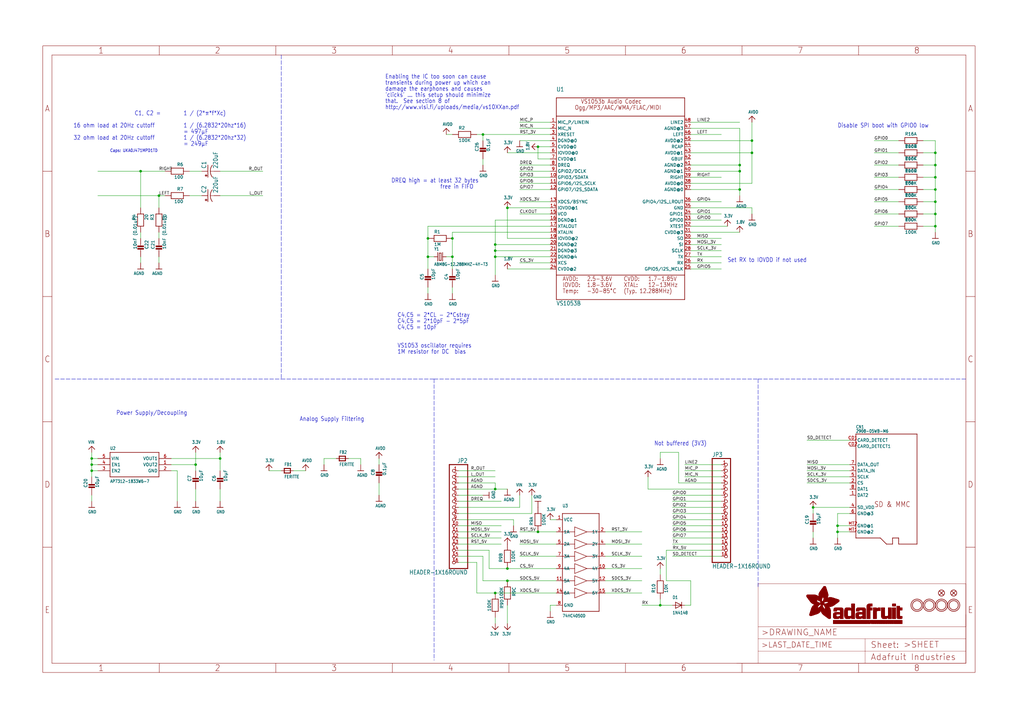
<source format=kicad_sch>
(kicad_sch (version 20211123) (generator eeschema)
  (paper "User" 425.45 299.161)
  (lib_symbols
    (symbol "Adafruit VS1053 Breakout-eagle-import:1.8V" (power)
      (property "Value" "1.8V" (at -1.524 1.016 0))
      (symbol "1.8V_1_0"
        (pin power_in line (at 0 -2.54 90) (length 2.54) (name "1.8V") (number "1"))
      )
    )
    (symbol "Adafruit VS1053 Breakout-eagle-import:3.3V" (power)
      (property "Value" "3.3V" (at -1.524 1.016 0))
      (symbol "3.3V_1_0"
        (pin power_in line (at 0 -2.54 90) (length 2.54) (name "3.3V") (number "1"))
      )
    )
    (symbol "Adafruit VS1053 Breakout-eagle-import:74HC4050D"
      (property "Reference" "U" (at -7.62 22.86 0))
      (property "Value" "74HC4050D" (at -7.62 -22.86 0))
      (symbol "74HC4050D_1_0"
        (pin bidirectional line (at -10.16 17.78 0) (length 2.54) (name "VCC") (number "1"))
        (pin bidirectional line (at 10.16 -2.54 180) (length 2.54) (name "4Y") (number "10"))
        (pin bidirectional line (at -10.16 -7.62 0) (length 2.54) (name "5A") (number "11"))
        (pin bidirectional line (at 10.16 -7.62 180) (length 2.54) (name "5Y") (number "12"))
        (pin bidirectional line (at -10.16 -12.7 0) (length 2.54) (name "6A") (number "14"))
        (pin bidirectional line (at 10.16 -12.7 180) (length 2.54) (name "6Y") (number "15"))
        (pin bidirectional line (at 10.16 12.7 180) (length 2.54) (name "1Y") (number "2"))
        (pin bidirectional line (at -10.16 12.7 0) (length 2.54) (name "1A") (number "3"))
        (pin bidirectional line (at 10.16 7.62 180) (length 2.54) (name "2Y") (number "4"))
        (pin bidirectional line (at -10.16 7.62 0) (length 2.54) (name "2A") (number "5"))
        (pin bidirectional line (at 10.16 2.54 180) (length 2.54) (name "3Y") (number "6"))
        (pin bidirectional line (at -10.16 2.54 0) (length 2.54) (name "3A") (number "7"))
        (pin bidirectional line (at -10.16 -17.78 0) (length 2.54) (name "GND") (number "8"))
        (pin bidirectional line (at -10.16 -2.54 0) (length 2.54) (name "4A") (number "9"))
      )
    )
    (symbol "Adafruit VS1053 Breakout-eagle-import:AGND" (power)
      (property "Value" "AGND" (at -1.524 -2.54 0))
      (symbol "AGND_1_0"
        (pin power_in line (at 0 2.54 270) (length 2.54) (name "AGND") (number "1"))
      )
    )
    (symbol "Adafruit VS1053 Breakout-eagle-import:AVDD" (power)
      (property "Value" "AVDD" (at -1.524 1.016 0))
      (symbol "AVDD_1_0"
        (pin power_in line (at 0 -2.54 90) (length 2.54) (name "AVDD") (number "1"))
      )
    )
    (symbol "Adafruit VS1053 Breakout-eagle-import:CAP_CERAMIC_0805MP"
      (property "Reference" "C" (at -1.79 0.54 90))
      (property "Value" "CAP_CERAMIC_0805MP" (at 3 0.54 90))
      (symbol "CAP_CERAMIC_0805MP_1_0"
        (pin passive line (at 0 5.08 270) (length 2.54) (name "1") (number "1"))
        (pin passive line (at 0 -2.54 90) (length 2.54) (name "2") (number "2"))
      )
    )
    (symbol "Adafruit VS1053 Breakout-eagle-import:CPOL-USC"
      (property "Reference" "C" (at 1.016 0.635 0))
      (property "Value" "CPOL-USC" (at 1.016 -4.191 0))
      (symbol "CPOL-USC_1_0"
        (pin passive line (at 0 2.54 270) (length 2.54) (name "+") (number "+"))
        (pin passive line (at 0 -5.08 90) (length 2.54) (name "-") (number "-"))
      )
    )
    (symbol "Adafruit VS1053 Breakout-eagle-import:CRYSTAL3.2X2.5"
      (property "Reference" "Y" (at -2.54 2.54 0))
      (property "Value" "CRYSTAL3.2X2.5" (at -2.54 -3.81 0))
      (symbol "CRYSTAL3.2X2.5_1_0"
        (pin passive line (at -2.54 0 0) (length 0) (name "1") (number "1"))
        (pin passive line (at 2.54 0 180) (length 0) (name "2") (number "2"))
      )
    )
    (symbol "Adafruit VS1053 Breakout-eagle-import:DIODESOD-323"
      (property "Reference" "D" (at -2.54 2.54 0))
      (property "Value" "DIODESOD-323" (at -2.54 -3.81 0))
      (symbol "DIODESOD-323_1_0"
        (pin passive line (at -2.54 0 0) (length 2.54) (name "A") (number "A"))
        (pin passive line (at 2.54 0 180) (length 2.54) (name "C") (number "C"))
      )
    )
    (symbol "Adafruit VS1053 Breakout-eagle-import:FERRITE_0805MP"
      (property "Reference" "FB" (at -1.27 1.905 0))
      (property "Value" "FERRITE_0805MP" (at -1.27 -3.175 0))
      (symbol "FERRITE_0805MP_1_0"
        (pin passive line (at -2.54 0 0) (length 2.54) (name "P$1") (number "1"))
        (pin passive line (at 2.54 0 180) (length 2.54) (name "P$2") (number "2"))
      )
    )
    (symbol "Adafruit VS1053 Breakout-eagle-import:FIDUCIAL{dblquote}{dblquote}")
    (symbol "Adafruit VS1053 Breakout-eagle-import:FRAME_A3_ADAFRUIT"
      (symbol "FRAME_A3_ADAFRUIT_0_0"
        (text "1" (at 24.2094 1.905 0) (effects (font (size 2.54 2.286))))
        (text "1" (at 24.2094 258.445 0) (effects (font (size 2.54 2.286))))
        (text "2" (at 72.6281 1.905 0) (effects (font (size 2.54 2.286))))
        (text "2" (at 72.6281 258.445 0) (effects (font (size 2.54 2.286))))
        (text "3" (at 121.0469 1.905 0) (effects (font (size 2.54 2.286))))
        (text "3" (at 121.0469 258.445 0) (effects (font (size 2.54 2.286))))
        (text "4" (at 169.4656 1.905 0) (effects (font (size 2.54 2.286))))
        (text "4" (at 169.4656 258.445 0) (effects (font (size 2.54 2.286))))
        (text "5" (at 217.8844 1.905 0) (effects (font (size 2.54 2.286))))
        (text "5" (at 217.8844 258.445 0) (effects (font (size 2.54 2.286))))
        (text "6" (at 266.3031 1.905 0) (effects (font (size 2.54 2.286))))
        (text "6" (at 266.3031 258.445 0) (effects (font (size 2.54 2.286))))
        (text "7" (at 314.7219 1.905 0) (effects (font (size 2.54 2.286))))
        (text "7" (at 314.7219 258.445 0) (effects (font (size 2.54 2.286))))
        (text "8" (at 363.1406 1.905 0) (effects (font (size 2.54 2.286))))
        (text "8" (at 363.1406 258.445 0) (effects (font (size 2.54 2.286))))
        (text "A" (at 1.905 234.315 0) (effects (font (size 2.54 2.286))))
        (text "A" (at 385.445 234.315 0) (effects (font (size 2.54 2.286))))
        (text "B" (at 1.905 182.245 0) (effects (font (size 2.54 2.286))))
        (text "B" (at 385.445 182.245 0) (effects (font (size 2.54 2.286))))
        (text "C" (at 1.905 130.175 0) (effects (font (size 2.54 2.286))))
        (text "C" (at 385.445 130.175 0) (effects (font (size 2.54 2.286))))
        (text "D" (at 1.905 78.105 0) (effects (font (size 2.54 2.286))))
        (text "D" (at 385.445 78.105 0) (effects (font (size 2.54 2.286))))
        (text "E" (at 1.905 26.035 0) (effects (font (size 2.54 2.286))))
        (text "E" (at 385.445 26.035 0) (effects (font (size 2.54 2.286))))
      )
      (symbol "FRAME_A3_ADAFRUIT_1_0"
        (text ">DRAWING_NAME" (at 298.45 15.24 0) (effects (font (size 2.54 2.54)) (justify left bottom)))
        (text ">LAST_DATE_TIME" (at 298.45 10.16 0) (effects (font (size 2.286 2.286)) (justify left bottom)))
        (text ">SHEET" (at 357.505 10.16 0) (effects (font (size 2.54 2.54)) (justify left bottom)))
        (text "Adafruit Industries" (at 343.916 4.953 0) (effects (font (size 2.54 2.54)) (justify left bottom)))
        (text "Sheet:" (at 343.916 10.033 0) (effects (font (size 2.54 2.54)) (justify left bottom)))
      )
    )
    (symbol "Adafruit VS1053 Breakout-eagle-import:GND" (power)
      (property "Value" "GND" (at -1.524 -2.54 0))
      (symbol "GND_1_0"
        (pin power_in line (at 0 2.54 270) (length 2.54) (name "GND") (number "1"))
      )
    )
    (symbol "Adafruit VS1053 Breakout-eagle-import:HEADER-1X16ROUND"
      (property "Reference" "JP" (at -6.35 20.955 0))
      (property "Value" "HEADER-1X16ROUND" (at -6.35 -25.4 0))
      (symbol "HEADER-1X16ROUND_1_0"
        (pin passive inverted (at -2.54 17.78 0) (length 2.54) (name "1") (number "1"))
        (pin passive inverted (at -2.54 -5.08 0) (length 2.54) (name "10") (number "10"))
        (pin passive inverted (at -2.54 -7.62 0) (length 2.54) (name "11") (number "11"))
        (pin passive inverted (at -2.54 -10.16 0) (length 2.54) (name "12") (number "12"))
        (pin passive inverted (at -2.54 -12.7 0) (length 2.54) (name "13") (number "13"))
        (pin passive inverted (at -2.54 -15.24 0) (length 2.54) (name "14") (number "14"))
        (pin passive inverted (at -2.54 -17.78 0) (length 2.54) (name "15") (number "15"))
        (pin passive inverted (at -2.54 -20.32 0) (length 2.54) (name "16") (number "16"))
        (pin passive inverted (at -2.54 15.24 0) (length 2.54) (name "2") (number "2"))
        (pin passive inverted (at -2.54 12.7 0) (length 2.54) (name "3") (number "3"))
        (pin passive inverted (at -2.54 10.16 0) (length 2.54) (name "4") (number "4"))
        (pin passive inverted (at -2.54 7.62 0) (length 2.54) (name "5") (number "5"))
        (pin passive inverted (at -2.54 5.08 0) (length 2.54) (name "6") (number "6"))
        (pin passive inverted (at -2.54 2.54 0) (length 2.54) (name "7") (number "7"))
        (pin passive inverted (at -2.54 0 0) (length 2.54) (name "8") (number "8"))
        (pin passive inverted (at -2.54 -2.54 0) (length 2.54) (name "9") (number "9"))
      )
    )
    (symbol "Adafruit VS1053 Breakout-eagle-import:MICROSD"
      (property "Reference" "X" (at -12.7 22.606 0))
      (property "Value" "MICROSD" (at -12.7 20.828 0))
      (symbol "MICROSD_1_0"
        (text "SD & MMC" (at -5.08 -10.16 0) (effects (font (size 2.1844 1.8567)) (justify left bottom)))
        (pin bidirectional line (at -15.24 -5.08 0) (length 2.54) (name "DAT2") (number "1"))
        (pin input line (at -15.24 0 0) (length 2.54) (name "CS") (number "2"))
        (pin input line (at -15.24 5.08 0) (length 2.54) (name "DATA_IN") (number "3"))
        (pin power_in line (at -15.24 -10.16 0) (length 2.54) (name "SD_VDD") (number "4"))
        (pin input line (at -15.24 2.54 0) (length 2.54) (name "SCLK") (number "5"))
        (pin power_in line (at -15.24 -12.7 0) (length 2.54) (name "GND@3") (number "6"))
        (pin output line (at -15.24 7.62 0) (length 2.54) (name "DATA_OUT") (number "7"))
        (pin bidirectional line (at -15.24 -2.54 0) (length 2.54) (name "DAT1") (number "8"))
        (pin passive line (at -15.24 17.78 0) (length 2.54) (name "CARD_DETECT") (number "CD1"))
        (pin passive line (at -15.24 15.24 0) (length 2.54) (name "CARD_DETECT1") (number "CD2"))
        (pin power_in line (at -15.24 -20.32 0) (length 2.54) (name "GND@2") (number "MT1"))
        (pin power_in line (at -15.24 -17.78 0) (length 2.54) (name "GND@1") (number "MT2"))
      )
    )
    (symbol "Adafruit VS1053 Breakout-eagle-import:MOUNTINGHOLE3.0THIN")
    (symbol "Adafruit VS1053 Breakout-eagle-import:RESISTOR0805_NOOUTLINE"
      (property "Reference" "R" (at -2.54 2.032 0))
      (property "Value" "RESISTOR0805_NOOUTLINE" (at -2.54 -3.175 0))
      (symbol "RESISTOR0805_NOOUTLINE_1_0"
        (pin passive line (at -5.08 0 0) (length 2.54) (name "1") (number "1"))
        (pin passive line (at 5.08 0 180) (length 2.54) (name "2") (number "2"))
      )
    )
    (symbol "Adafruit VS1053 Breakout-eagle-import:RESISTOR_0805MP"
      (property "Reference" "R" (at -2.54 2.032 0))
      (property "Value" "RESISTOR_0805MP" (at -2.54 -3.175 0))
      (symbol "RESISTOR_0805MP_1_0"
        (pin passive line (at -5.08 0 0) (length 2.54) (name "1") (number "1"))
        (pin passive line (at 5.08 0 180) (length 2.54) (name "2") (number "2"))
      )
    )
    (symbol "Adafruit VS1053 Breakout-eagle-import:RESISTOR_4PACK"
      (property "Reference" "R" (at -2.54 2.032 0))
      (property "Value" "RESISTOR_4PACK" (at -2.54 -3.175 0))
      (symbol "RESISTOR_4PACK_1_0"
        (pin passive line (at -5.08 0 0) (length 2.54) (name "1") (number "1"))
        (pin passive line (at 5.08 0 180) (length 2.54) (name "2") (number "8"))
      )
      (symbol "RESISTOR_4PACK_2_0"
        (pin passive line (at -5.08 0 0) (length 2.54) (name "1") (number "2"))
        (pin passive line (at 5.08 0 180) (length 2.54) (name "2") (number "7"))
      )
      (symbol "RESISTOR_4PACK_3_0"
        (pin passive line (at -5.08 0 0) (length 2.54) (name "1") (number "3"))
        (pin passive line (at 5.08 0 180) (length 2.54) (name "2") (number "6"))
      )
      (symbol "RESISTOR_4PACK_4_0"
        (pin passive line (at -5.08 0 0) (length 2.54) (name "1") (number "4"))
        (pin passive line (at 5.08 0 180) (length 2.54) (name "2") (number "5"))
      )
    )
    (symbol "Adafruit VS1053 Breakout-eagle-import:VIN" (power)
      (property "Value" "VIN" (at -1.524 1.016 0))
      (symbol "VIN_1_0"
        (pin power_in line (at 0 -2.54 90) (length 2.54) (name "VIN") (number "1"))
      )
    )
    (symbol "Adafruit VS1053 Breakout-eagle-import:VREG_SOT23-6_DUALAP7312"
      (property "Reference" "U" (at -10.16 6.096 0))
      (property "Value" "VREG_SOT23-6_DUALAP7312" (at -10.16 -7.62 0))
      (symbol "VREG_SOT23-6_DUALAP7312_1_0"
        (pin bidirectional line (at 15.24 0 180) (length 5.08) (name "VOUT2") (number "1"))
        (pin bidirectional line (at 15.24 -2.54 180) (length 5.08) (name "GND") (number "2"))
        (pin bidirectional line (at -15.24 -2.54 0) (length 5.08) (name "EN2") (number "3"))
        (pin bidirectional line (at -15.24 0 0) (length 5.08) (name "EN1") (number "4"))
        (pin bidirectional line (at -15.24 2.54 0) (length 5.08) (name "VIN") (number "5"))
        (pin bidirectional line (at 15.24 2.54 180) (length 5.08) (name "VOUT1") (number "6"))
      )
    )
    (symbol "Adafruit VS1053 Breakout-eagle-import:VS1053B"
      (property "Reference" "U" (at -25.4 43.18 0))
      (property "Value" "VS1053B" (at -25.4 -45.72 0))
      (symbol "VS1053B_1_0"
        (text "(Typ. 12.288MHz)" (at 2.54 -40.64 0) (effects (font (size 1.778 1.5113)) (justify left bottom)))
        (text "-30-85°C" (at -12.7 -40.64 0) (effects (font (size 1.778 1.5113)) (justify left bottom)))
        (text "1.7-1.85V" (at 12.7 -35.56 0) (effects (font (size 1.778 1.5113)) (justify left bottom)))
        (text "1.8-3.6V" (at -12.7 -38.1 0) (effects (font (size 1.778 1.5113)) (justify left bottom)))
        (text "12-13MHz" (at 12.7 -38.1 0) (effects (font (size 1.778 1.5113)) (justify left bottom)))
        (text "2.5-3.6V" (at -12.7 -35.56 0) (effects (font (size 1.778 1.5113)) (justify left bottom)))
        (text "AVDD:" (at -22.86 -35.56 0) (effects (font (size 1.778 1.5113)) (justify left bottom)))
        (text "CVDD:" (at 2.54 -35.56 0) (effects (font (size 1.778 1.5113)) (justify left bottom)))
        (text "IOVDD:" (at -22.86 -38.1 0) (effects (font (size 1.778 1.5113)) (justify left bottom)))
        (text "Ogg/MP3/AAC/WMA/FLAC/MIDI" (at -17.78 35.56 0) (effects (font (size 1.778 1.5113)) (justify left bottom)))
        (text "Temp:" (at -22.86 -40.64 0) (effects (font (size 1.778 1.5113)) (justify left bottom)))
        (text "VS1053b Audio Codec" (at -15.24 38.1 0) (effects (font (size 1.778 1.5113)) (justify left bottom)))
        (text "XTAL:" (at 2.54 -38.1 0) (effects (font (size 1.778 1.5113)) (justify left bottom)))
        (pin bidirectional line (at -27.94 30.48 0) (length 2.54) (name "MIC_P/LINEIN") (number "1"))
        (pin bidirectional line (at -27.94 7.62 0) (length 2.54) (name "GPIO3/SDATA") (number "10"))
        (pin bidirectional line (at -27.94 5.08 0) (length 2.54) (name "GPIO6/I2S_SCLK") (number "11"))
        (pin bidirectional line (at -27.94 2.54 0) (length 2.54) (name "GPIO7/I2S_SDATA") (number "12"))
        (pin bidirectional line (at -27.94 -2.54 0) (length 2.54) (name "XDCS/BSYNC") (number "13"))
        (pin power_in line (at -27.94 -5.08 0) (length 2.54) (name "IOVDD@1") (number "14"))
        (pin bidirectional line (at -27.94 -7.62 0) (length 2.54) (name "VCO") (number "15"))
        (pin power_in line (at -27.94 -10.16 0) (length 2.54) (name "DGND@1") (number "16"))
        (pin output line (at -27.94 -12.7 0) (length 2.54) (name "XTALOUT") (number "17"))
        (pin input line (at -27.94 -15.24 0) (length 2.54) (name "XTALIN") (number "18"))
        (pin power_in line (at -27.94 -17.78 0) (length 2.54) (name "IOVDD@2") (number "19"))
        (pin bidirectional line (at -27.94 27.94 0) (length 2.54) (name "MIC_N") (number "2"))
        (pin power_in line (at -27.94 -20.32 0) (length 2.54) (name "DGND@2") (number "20"))
        (pin power_in line (at -27.94 -22.86 0) (length 2.54) (name "DGND@3") (number "21"))
        (pin power_in line (at -27.94 -25.4 0) (length 2.54) (name "DGND@4") (number "22"))
        (pin bidirectional line (at -27.94 -27.94 0) (length 2.54) (name "XCS") (number "23"))
        (pin power_in line (at -27.94 -30.48 0) (length 2.54) (name "CVDD@2") (number "24"))
        (pin bidirectional line (at 30.48 -30.48 180) (length 2.54) (name "GPIO5/I2S_MCLK") (number "25"))
        (pin bidirectional line (at 30.48 -27.94 180) (length 2.54) (name "RX") (number "26"))
        (pin bidirectional line (at 30.48 -25.4 180) (length 2.54) (name "TX") (number "27"))
        (pin bidirectional line (at 30.48 -22.86 180) (length 2.54) (name "SCLK") (number "28"))
        (pin bidirectional line (at 30.48 -20.32 180) (length 2.54) (name "SI") (number "29"))
        (pin bidirectional line (at -27.94 25.4 0) (length 2.54) (name "XRESET") (number "3"))
        (pin bidirectional line (at 30.48 -17.78 180) (length 2.54) (name "SO") (number "30"))
        (pin power_in line (at 30.48 -15.24 180) (length 2.54) (name "CVDD@3") (number "31"))
        (pin bidirectional line (at 30.48 -12.7 180) (length 2.54) (name "XTEST") (number "32"))
        (pin bidirectional line (at 30.48 -10.16 180) (length 2.54) (name "GPIO0") (number "33"))
        (pin bidirectional line (at 30.48 -7.62 180) (length 2.54) (name "GPIO1") (number "34"))
        (pin power_in line (at 30.48 -5.08 180) (length 2.54) (name "GND") (number "35"))
        (pin bidirectional line (at 30.48 -2.54 180) (length 2.54) (name "GPIO4/I2S_LROUT") (number "36"))
        (pin power_in line (at 30.48 2.54 180) (length 2.54) (name "AGND@0") (number "37"))
        (pin power_in line (at 30.48 5.08 180) (length 2.54) (name "AVDD@0") (number "38"))
        (pin bidirectional line (at 30.48 7.62 180) (length 2.54) (name "RIGHT") (number "39"))
        (pin power_in line (at -27.94 22.86 0) (length 2.54) (name "DGND@0") (number "4"))
        (pin power_in line (at 30.48 10.16 180) (length 2.54) (name "AGND@1") (number "40"))
        (pin power_in line (at 30.48 12.7 180) (length 2.54) (name "AGND@2") (number "41"))
        (pin bidirectional line (at 30.48 15.24 180) (length 2.54) (name "GBUF") (number "42"))
        (pin power_in line (at 30.48 17.78 180) (length 2.54) (name "AVDD@1") (number "43"))
        (pin bidirectional line (at 30.48 20.32 180) (length 2.54) (name "RCAP") (number "44"))
        (pin power_in line (at 30.48 22.86 180) (length 2.54) (name "AVDD@2") (number "45"))
        (pin bidirectional line (at 30.48 25.4 180) (length 2.54) (name "LEFT") (number "46"))
        (pin power_in line (at 30.48 27.94 180) (length 2.54) (name "AGND@3") (number "47"))
        (pin bidirectional line (at 30.48 30.48 180) (length 2.54) (name "LINE2") (number "48"))
        (pin power_in line (at -27.94 20.32 0) (length 2.54) (name "CVDD@0") (number "5"))
        (pin power_in line (at -27.94 17.78 0) (length 2.54) (name "IOVDD@0") (number "6"))
        (pin power_in line (at -27.94 15.24 0) (length 2.54) (name "CVDD@1") (number "7"))
        (pin bidirectional line (at -27.94 12.7 0) (length 2.54) (name "DREQ") (number "8"))
        (pin bidirectional line (at -27.94 10.16 0) (length 2.54) (name "GPIO2/DCLK") (number "9"))
      )
    )
  )
  (junction (at 274.32 251.46))
  (junction (at 347.98 220.98))
  (junction (at 187.96 106.68))
  (junction (at 177.8 99.06))
  (junction (at 307.34 78.74))
  (junction (at 388.62 88.9))
  (junction (at 223.52 220.98))
  (junction (at 205.74 101.6))
  (junction (at 312.42 58.42))
  (junction (at 210.82 86.36))
  (junction (at 38.1 190.5))
  (junction (at 388.62 93.98))
  (junction (at 388.62 78.74))
  (junction (at 200.66 55.88))
  (junction (at 205.74 104.14))
  (junction (at 205.74 203.2))
  (junction (at 205.74 106.68))
  (junction (at 66.04 81.28))
  (junction (at 38.1 193.04))
  (junction (at 210.82 236.22))
  (junction (at 58.42 71.12))
  (junction (at 347.98 218.44))
  (junction (at 388.62 73.66))
  (junction (at 210.82 241.3))
  (junction (at 91.44 190.5))
  (junction (at 187.96 99.06))
  (junction (at 337.82 210.82))
  (junction (at 307.34 68.58))
  (junction (at 81.28 193.04))
  (junction (at 388.62 68.58))
  (junction (at 307.34 71.12))
  (junction (at 388.62 63.5))
  (junction (at 312.42 63.5))
  (junction (at 223.52 60.96))
  (junction (at 205.74 246.38))
  (junction (at 177.8 106.68))
  (junction (at 388.62 83.82))
  (junction (at 38.1 195.58))
  (wire (pts (xy 228.6 63.5) (xy 210.82 63.5)))
  (wire (pts (xy 287.02 251.46) (xy 287.02 241.3)))
  (wire (pts (xy 228.6 55.88) (xy 200.66 55.88)))
  (wire (pts (xy 287.02 96.52) (xy 307.34 96.52)))
  (wire (pts (xy 287.02 76.2) (xy 312.42 76.2)))
  (wire (pts (xy 58.42 106.68) (xy 58.42 109.22)))
  (wire (pts (xy 215.9 210.82) (xy 215.9 205.74)))
  (wire (pts (xy 307.34 53.34) (xy 307.34 68.58)))
  (wire (pts (xy 73.66 195.58) (xy 73.66 208.28)))
  (wire (pts (xy 312.42 50.8) (xy 312.42 58.42)))
  (wire (pts (xy 299.72 208.28) (xy 279.4 208.28)))
  (wire (pts (xy 287.02 241.3) (xy 276.86 241.3)))
  (polyline (pts (xy 314.96 157.48) (xy 401.32 157.48)))
  (wire (pts (xy 228.6 73.66) (xy 215.9 73.66)))
  (wire (pts (xy 231.14 236.22) (xy 210.82 236.22)))
  (wire (pts (xy 198.12 246.38) (xy 198.12 233.68)))
  (wire (pts (xy 287.02 109.22) (xy 299.72 109.22)))
  (wire (pts (xy 287.02 88.9) (xy 299.72 88.9)))
  (wire (pts (xy 223.52 66.04) (xy 223.52 60.96)))
  (wire (pts (xy 383.54 58.42) (xy 388.62 58.42)))
  (wire (pts (xy 269.24 203.2) (xy 299.72 203.2)))
  (wire (pts (xy 91.44 203.2) (xy 91.44 208.28)))
  (wire (pts (xy 38.1 195.58) (xy 38.1 198.12)))
  (wire (pts (xy 40.64 193.04) (xy 38.1 193.04)))
  (wire (pts (xy 203.2 236.22) (xy 203.2 228.6)))
  (wire (pts (xy 373.38 93.98) (xy 363.22 93.98)))
  (wire (pts (xy 383.54 78.74) (xy 388.62 78.74)))
  (wire (pts (xy 205.74 200.66) (xy 205.74 203.2)))
  (wire (pts (xy 287.02 53.34) (xy 307.34 53.34)))
  (wire (pts (xy 210.82 241.3) (xy 200.66 241.3)))
  (wire (pts (xy 299.72 193.04) (xy 284.48 193.04)))
  (wire (pts (xy 363.22 58.42) (xy 373.38 58.42)))
  (wire (pts (xy 347.98 218.44) (xy 347.98 220.98)))
  (wire (pts (xy 281.94 187.96) (xy 281.94 200.66)))
  (wire (pts (xy 228.6 91.44) (xy 205.74 91.44)))
  (wire (pts (xy 190.5 208.28) (xy 208.28 208.28)))
  (wire (pts (xy 210.82 236.22) (xy 203.2 236.22)))
  (wire (pts (xy 383.54 73.66) (xy 388.62 73.66)))
  (wire (pts (xy 71.12 193.04) (xy 81.28 193.04)))
  (wire (pts (xy 81.28 193.04) (xy 81.28 195.58)))
  (wire (pts (xy 353.06 195.58) (xy 335.28 195.58)))
  (wire (pts (xy 347.98 213.36) (xy 347.98 218.44)))
  (wire (pts (xy 134.62 193.04) (xy 134.62 190.5)))
  (wire (pts (xy 190.5 215.9) (xy 213.36 215.9)))
  (wire (pts (xy 213.36 215.9) (xy 213.36 218.44)))
  (wire (pts (xy 228.6 83.82) (xy 215.9 83.82)))
  (wire (pts (xy 287.02 78.74) (xy 307.34 78.74)))
  (wire (pts (xy 363.22 83.82) (xy 373.38 83.82)))
  (wire (pts (xy 66.04 96.52) (xy 66.04 99.06)))
  (wire (pts (xy 228.6 60.96) (xy 223.52 60.96)))
  (wire (pts (xy 353.06 220.98) (xy 347.98 220.98)))
  (wire (pts (xy 68.58 71.12) (xy 58.42 71.12)))
  (wire (pts (xy 200.66 231.14) (xy 190.5 231.14)))
  (wire (pts (xy 91.44 81.28) (xy 109.22 81.28)))
  (wire (pts (xy 58.42 71.12) (xy 58.42 86.36)))
  (wire (pts (xy 287.02 50.8) (xy 307.34 50.8)))
  (wire (pts (xy 215.9 220.98) (xy 223.52 220.98)))
  (wire (pts (xy 373.38 88.9) (xy 363.22 88.9)))
  (wire (pts (xy 287.02 63.5) (xy 312.42 63.5)))
  (wire (pts (xy 134.62 190.5) (xy 139.7 190.5)))
  (wire (pts (xy 287.02 58.42) (xy 312.42 58.42)))
  (wire (pts (xy 190.5 200.66) (xy 205.74 200.66)))
  (wire (pts (xy 228.6 109.22) (xy 215.9 109.22)))
  (wire (pts (xy 383.54 83.82) (xy 388.62 83.82)))
  (wire (pts (xy 299.72 205.74) (xy 279.4 205.74)))
  (wire (pts (xy 205.74 203.2) (xy 210.82 203.2)))
  (wire (pts (xy 157.48 200.66) (xy 157.48 205.74)))
  (wire (pts (xy 177.8 99.06) (xy 177.8 106.68)))
  (wire (pts (xy 81.28 203.2) (xy 81.28 208.28)))
  (wire (pts (xy 228.6 93.98) (xy 177.8 93.98)))
  (wire (pts (xy 38.1 205.74) (xy 38.1 208.28)))
  (wire (pts (xy 228.6 101.6) (xy 205.74 101.6)))
  (wire (pts (xy 299.72 215.9) (xy 279.4 215.9)))
  (wire (pts (xy 299.72 231.14) (xy 279.4 231.14)))
  (wire (pts (xy 383.54 88.9) (xy 388.62 88.9)))
  (wire (pts (xy 353.06 210.82) (xy 337.82 210.82)))
  (wire (pts (xy 198.12 233.68) (xy 190.5 233.68)))
  (wire (pts (xy 299.72 210.82) (xy 279.4 210.82)))
  (wire (pts (xy 40.64 195.58) (xy 38.1 195.58)))
  (wire (pts (xy 353.06 200.66) (xy 335.28 200.66)))
  (wire (pts (xy 205.74 101.6) (xy 205.74 104.14)))
  (wire (pts (xy 190.5 223.52) (xy 208.28 223.52)))
  (wire (pts (xy 228.6 111.76) (xy 210.82 111.76)))
  (wire (pts (xy 205.74 246.38) (xy 198.12 246.38)))
  (wire (pts (xy 287.02 91.44) (xy 299.72 91.44)))
  (wire (pts (xy 231.14 241.3) (xy 210.82 241.3)))
  (wire (pts (xy 149.86 190.5) (xy 149.86 193.04)))
  (wire (pts (xy 312.42 58.42) (xy 312.42 63.5)))
  (wire (pts (xy 231.14 251.46) (xy 228.6 251.46)))
  (wire (pts (xy 274.32 187.96) (xy 274.32 190.5)))
  (wire (pts (xy 68.58 81.28) (xy 66.04 81.28)))
  (wire (pts (xy 228.6 106.68) (xy 205.74 106.68)))
  (wire (pts (xy 66.04 81.28) (xy 66.04 86.36)))
  (wire (pts (xy 287.02 83.82) (xy 299.72 83.82)))
  (wire (pts (xy 251.46 246.38) (xy 266.7 246.38)))
  (polyline (pts (xy 180.34 157.48) (xy 314.96 157.48)))
  (wire (pts (xy 353.06 198.12) (xy 335.28 198.12)))
  (wire (pts (xy 210.82 251.46) (xy 210.82 259.08)))
  (wire (pts (xy 66.04 106.68) (xy 66.04 109.22)))
  (wire (pts (xy 337.82 210.82) (xy 337.82 213.36)))
  (wire (pts (xy 228.6 251.46) (xy 228.6 254)))
  (wire (pts (xy 287.02 86.36) (xy 312.42 86.36)))
  (wire (pts (xy 71.12 195.58) (xy 73.66 195.58)))
  (wire (pts (xy 228.6 104.14) (xy 205.74 104.14)))
  (wire (pts (xy 284.48 251.46) (xy 287.02 251.46)))
  (wire (pts (xy 220.98 213.36) (xy 220.98 205.74)))
  (wire (pts (xy 353.06 182.88) (xy 335.28 182.88)))
  (wire (pts (xy 71.12 190.5) (xy 91.44 190.5)))
  (wire (pts (xy 187.96 119.38) (xy 187.96 121.92)))
  (wire (pts (xy 269.24 198.12) (xy 269.24 203.2)))
  (wire (pts (xy 144.78 190.5) (xy 149.86 190.5)))
  (wire (pts (xy 383.54 63.5) (xy 388.62 63.5)))
  (wire (pts (xy 190.5 195.58) (xy 205.74 195.58)))
  (wire (pts (xy 205.74 106.68) (xy 205.74 114.3)))
  (wire (pts (xy 205.74 104.14) (xy 205.74 106.68)))
  (wire (pts (xy 307.34 68.58) (xy 307.34 71.12)))
  (wire (pts (xy 388.62 63.5) (xy 388.62 68.58)))
  (wire (pts (xy 208.28 218.44) (xy 190.5 218.44)))
  (wire (pts (xy 231.14 246.38) (xy 205.74 246.38)))
  (wire (pts (xy 187.96 99.06) (xy 187.96 106.68)))
  (wire (pts (xy 299.72 218.44) (xy 279.4 218.44)))
  (wire (pts (xy 177.8 93.98) (xy 177.8 99.06)))
  (wire (pts (xy 200.66 205.74) (xy 190.5 205.74)))
  (wire (pts (xy 190.5 220.98) (xy 208.28 220.98)))
  (wire (pts (xy 200.66 66.04) (xy 200.66 68.58)))
  (wire (pts (xy 287.02 106.68) (xy 299.72 106.68)))
  (wire (pts (xy 388.62 83.82) (xy 388.62 88.9)))
  (wire (pts (xy 388.62 93.98) (xy 388.62 96.52)))
  (wire (pts (xy 287.02 55.88) (xy 299.72 55.88)))
  (wire (pts (xy 187.96 106.68) (xy 187.96 111.76)))
  (wire (pts (xy 91.44 190.5) (xy 91.44 195.58)))
  (wire (pts (xy 251.46 236.22) (xy 266.7 236.22)))
  (wire (pts (xy 299.72 226.06) (xy 279.4 226.06)))
  (wire (pts (xy 228.6 96.52) (xy 187.96 96.52)))
  (wire (pts (xy 287.02 68.58) (xy 307.34 68.58)))
  (polyline (pts (xy 180.34 157.48) (xy 180.34 274.32)))
  (wire (pts (xy 373.38 73.66) (xy 363.22 73.66)))
  (wire (pts (xy 38.1 195.58) (xy 38.1 193.04)))
  (wire (pts (xy 177.8 119.38) (xy 177.8 121.92)))
  (wire (pts (xy 111.76 195.58) (xy 116.84 195.58)))
  (wire (pts (xy 187.96 55.88) (xy 185.42 55.88)))
  (wire (pts (xy 190.5 210.82) (xy 215.9 210.82)))
  (wire (pts (xy 91.44 190.5) (xy 91.44 187.96)))
  (wire (pts (xy 205.74 256.54) (xy 205.74 259.08)))
  (wire (pts (xy 363.22 78.74) (xy 373.38 78.74)))
  (wire (pts (xy 228.6 88.9) (xy 215.9 88.9)))
  (wire (pts (xy 200.66 55.88) (xy 198.12 55.88)))
  (wire (pts (xy 383.54 93.98) (xy 388.62 93.98)))
  (wire (pts (xy 287.02 73.66) (xy 299.72 73.66)))
  (wire (pts (xy 228.6 66.04) (xy 223.52 66.04)))
  (wire (pts (xy 287.02 101.6) (xy 299.72 101.6)))
  (wire (pts (xy 228.6 86.36) (xy 210.82 86.36)))
  (wire (pts (xy 266.7 226.06) (xy 251.46 226.06)))
  (polyline (pts (xy 116.84 157.48) (xy 180.34 157.48)))
  (wire (pts (xy 312.42 86.36) (xy 312.42 88.9)))
  (wire (pts (xy 312.42 63.5) (xy 312.42 76.2)))
  (wire (pts (xy 190.5 203.2) (xy 205.74 203.2)))
  (wire (pts (xy 347.98 220.98) (xy 347.98 223.52)))
  (wire (pts (xy 251.46 231.14) (xy 266.7 231.14)))
  (wire (pts (xy 205.74 91.44) (xy 205.74 101.6)))
  (wire (pts (xy 228.6 99.06) (xy 210.82 99.06)))
  (wire (pts (xy 210.82 99.06) (xy 210.82 86.36)))
  (wire (pts (xy 287.02 93.98) (xy 302.26 93.98)))
  (wire (pts (xy 228.6 76.2) (xy 215.9 76.2)))
  (wire (pts (xy 284.48 198.12) (xy 299.72 198.12)))
  (wire (pts (xy 287.02 71.12) (xy 307.34 71.12)))
  (wire (pts (xy 177.8 106.68) (xy 177.8 111.76)))
  (wire (pts (xy 187.96 96.52) (xy 187.96 99.06)))
  (wire (pts (xy 388.62 73.66) (xy 388.62 78.74)))
  (wire (pts (xy 251.46 241.3) (xy 266.7 241.3)))
  (polyline (pts (xy 116.84 22.86) (xy 116.84 157.48)))
  (wire (pts (xy 228.6 53.34) (xy 215.9 53.34)))
  (wire (pts (xy 388.62 68.58) (xy 388.62 73.66)))
  (wire (pts (xy 190.5 198.12) (xy 205.74 198.12)))
  (wire (pts (xy 279.4 251.46) (xy 274.32 251.46)))
  (wire (pts (xy 228.6 78.74) (xy 215.9 78.74)))
  (wire (pts (xy 287.02 99.06) (xy 299.72 99.06)))
  (wire (pts (xy 38.1 190.5) (xy 38.1 187.96)))
  (wire (pts (xy 223.52 220.98) (xy 231.14 220.98)))
  (wire (pts (xy 200.66 241.3) (xy 200.66 231.14)))
  (wire (pts (xy 203.2 228.6) (xy 190.5 228.6)))
  (wire (pts (xy 388.62 78.74) (xy 388.62 83.82)))
  (wire (pts (xy 276.86 241.3) (xy 276.86 228.6)))
  (wire (pts (xy 58.42 71.12) (xy 40.64 71.12)))
  (wire (pts (xy 363.22 63.5) (xy 373.38 63.5)))
  (wire (pts (xy 228.6 68.58) (xy 215.9 68.58)))
  (wire (pts (xy 353.06 213.36) (xy 347.98 213.36)))
  (wire (pts (xy 180.34 106.68) (xy 177.8 106.68)))
  (wire (pts (xy 274.32 251.46) (xy 266.7 251.46)))
  (wire (pts (xy 373.38 68.58) (xy 363.22 68.58)))
  (wire (pts (xy 274.32 251.46) (xy 274.32 248.92)))
  (wire (pts (xy 190.5 226.06) (xy 208.28 226.06)))
  (wire (pts (xy 299.72 220.98) (xy 279.4 220.98)))
  (wire (pts (xy 78.74 81.28) (xy 83.82 81.28)))
  (wire (pts (xy 284.48 195.58) (xy 299.72 195.58)))
  (polyline (pts (xy 314.96 157.48) (xy 314.96 243.84)))
  (wire (pts (xy 58.42 96.52) (xy 58.42 99.06)))
  (wire (pts (xy 40.64 190.5) (xy 38.1 190.5)))
  (polyline (pts (xy 22.86 157.48) (xy 116.84 157.48)))
  (wire (pts (xy 200.66 55.88) (xy 200.66 58.42)))
  (wire (pts (xy 299.72 213.36) (xy 279.4 213.36)))
  (wire (pts (xy 337.82 220.98) (xy 337.82 223.52)))
  (wire (pts (xy 231.14 215.9) (xy 228.6 215.9)))
  (wire (pts (xy 78.74 71.12) (xy 83.82 71.12)))
  (wire (pts (xy 38.1 193.04) (xy 38.1 190.5)))
  (wire (pts (xy 190.5 213.36) (xy 220.98 213.36)))
  (wire (pts (xy 251.46 220.98) (xy 266.7 220.98)))
  (wire (pts (xy 157.48 190.5) (xy 157.48 193.04)))
  (wire (pts (xy 353.06 218.44) (xy 347.98 218.44)))
  (wire (pts (xy 299.72 200.66) (xy 281.94 200.66)))
  (wire (pts (xy 307.34 78.74) (xy 307.34 81.28)))
  (wire (pts (xy 299.72 228.6) (xy 276.86 228.6)))
  (wire (pts (xy 287.02 111.76) (xy 299.72 111.76)))
  (wire (pts (xy 274.32 187.96) (xy 281.94 187.96)))
  (wire (pts (xy 353.06 193.04) (xy 335.28 193.04)))
  (wire (pts (xy 388.62 88.9) (xy 388.62 93.98)))
  (wire (pts (xy 231.14 226.06) (xy 215.9 226.06)))
  (wire (pts (xy 81.28 193.04) (xy 81.28 187.96)))
  (wire (pts (xy 228.6 58.42) (xy 215.9 58.42)))
  (wire (pts (xy 299.72 223.52) (xy 279.4 223.52)))
  (wire (pts (xy 231.14 231.14) (xy 215.9 231.14)))
  (wire (pts (xy 121.92 195.58) (xy 127 195.58)))
  (wire (pts (xy 185.42 106.68) (xy 187.96 106.68)))
  (wire (pts (xy 274.32 238.76) (xy 274.32 236.22)))
  (wire (pts (xy 91.44 71.12) (xy 109.22 71.12)))
  (wire (pts (xy 383.54 68.58) (xy 388.62 68.58)))
  (wire (pts (xy 287.02 104.14) (xy 299.72 104.14)))
  (wire (pts (xy 228.6 71.12) (xy 215.9 71.12)))
  (wire (pts (xy 66.04 81.28) (xy 40.64 81.28)))
  (wire (pts (xy 307.34 71.12) (xy 307.34 78.74)))
  (wire (pts (xy 388.62 58.42) (xy 388.62 63.5)))
  (wire (pts (xy 228.6 50.8) (xy 215.9 50.8)))
  (text "http://www.vlsi.fi/uploads/media/vs10XXan.pdf" (at 160.02 45.72 180) (effects (font (size 1.778 1.5113)) (justify left bottom)))
  (text "= 497µF" (at 76.2 55.88 180) (effects (font (size 1.778 1.5113)) (justify left bottom)))
  (text "Not buffered (3V3)~{}" (at 271.78 185.42 180) (effects (font (size 1.778 1.5113)) (justify left bottom)))
  (text "Caps: UKA0J471MPD1TD" (at 45.72 63.5 180) (effects (font (size 1.27 1.0795)) (justify left bottom)))
  (text "Enabling the IC too soon can cause" (at 160.02 33.02 180) (effects (font (size 1.778 1.5113)) (justify left bottom)))
  (text "Power Supply/Decoupling" (at 48.26 172.72 180) (effects (font (size 1.778 1.5113)) (justify left bottom)))
  (text "DREQ high = at least 32 bytes" (at 162.56 76.2 180) (effects (font (size 1.778 1.5113)) (justify left bottom)))
  (text "Disable SPI boot with GPIO0 low" (at 347.98 53.34 180) (effects (font (size 1.778 1.5113)) (justify left bottom)))
  (text "1 / (2*π*f*Xc)" (at 76.2 48.26 180) (effects (font (size 1.778 1.5113)) (justify left bottom)))
  (text "C4,C5 = 10pF" (at 165.1 137.16 180) (effects (font (size 1.778 1.5113)) (justify left bottom)))
  (text "C4,C5 = 2*10pF - 2*5pF" (at 165.1 134.62 180) (effects (font (size 1.778 1.5113)) (justify left bottom)))
  (text "VS1053 oscillator requires" (at 165.1 144.78 180) (effects (font (size 1.778 1.5113)) (justify left bottom)))
  (text "C4,C5 = 2*CL - 2*Cstray" (at 165.1 132.08 180) (effects (font (size 1.778 1.5113)) (justify left bottom)))
  (text "Set RX to IOVDD if not used" (at 302.26 109.22 180) (effects (font (size 1.778 1.5113)) (justify left bottom)))
  (text "'clicks' ... this setup should minimize" (at 160.02 40.64 180) (effects (font (size 1.778 1.5113)) (justify left bottom)))
  (text "1 / (6.2832*20hz*32)" (at 76.2 58.42 180) (effects (font (size 1.778 1.5113)) (justify left bottom)))
  (text "damage the earphones and causes" (at 160.02 38.1 180) (effects (font (size 1.778 1.5113)) (justify left bottom)))
  (text "1M resistor for DC  bias" (at 165.1 147.32 180) (effects (font (size 1.778 1.5113)) (justify left bottom)))
  (text "transients during power up which can" (at 160.02 35.56 180) (effects (font (size 1.778 1.5113)) (justify left bottom)))
  (text "1 / (6.2832*20hz*16)" (at 76.2 53.34 180) (effects (font (size 1.778 1.5113)) (justify left bottom)))
  (text "Analog Supply Filtering" (at 124.46 175.26 180) (effects (font (size 1.778 1.5113)) (justify left bottom)))
  (text "= 249µF" (at 76.2 60.96 180) (effects (font (size 1.778 1.5113)) (justify left bottom)))
  (text "that.  See section 8 of" (at 160.02 43.18 180) (effects (font (size 1.778 1.5113)) (justify left bottom)))
  (text "C1, C2 =" (at 55.88 48.26 180) (effects (font (size 1.778 1.5113)) (justify left bottom)))
  (text "16 ohm load at 20Hz cuttoff" (at 30.48 53.34 180) (effects (font (size 1.778 1.5113)) (justify left bottom)))
  (text "32 ohm load at 20Hz cuttoff" (at 30.48 58.42 180) (effects (font (size 1.778 1.5113)) (justify left bottom)))
  (text "free in FIFO" (at 182.88 78.74 180) (effects (font (size 1.778 1.5113)) (justify left bottom)))
  (label "SDCS_3V" (at 254 241.3 0) (effects (font (size 1.2446 1.2446))))
  (label "SD_DETECT" (at 279.4 231.14 0) (effects (font (size 1.2446 1.2446))))
  (label "GPIO5" (at 289.56 111.76 0) (effects (font (size 1.2446 1.2446))))
  (label "RST_3V" (at 254 220.98 0) (effects (font (size 1.2446 1.2446))))
  (label "RX" (at 266.7 251.46 0) (effects (font (size 1.2446 1.2446))))
  (label "SCLK_3V" (at 335.28 198.12 0) (effects (font (size 1.2446 1.2446))))
  (label "RST_5V" (at 215.9 220.98 0) (effects (font (size 1.2446 1.2446))))
  (label "RIGHT" (at 289.56 73.66 0) (effects (font (size 1.2446 1.2446))))
  (label "MOSI_3V" (at 335.28 195.58 0) (effects (font (size 1.2446 1.2446))))
  (label "GPIO4" (at 279.4 215.9 0) (effects (font (size 1.2446 1.2446))))
  (label "GPIO7" (at 363.22 93.98 0) (effects (font (size 1.2446 1.2446))))
  (label "RIGHT" (at 66.04 71.12 0) (effects (font (size 1.2446 1.2446))))
  (label "MOSI_3V" (at 254 226.06 0) (effects (font (size 1.2446 1.2446))))
  (label "RST_3V" (at 215.9 55.88 0) (effects (font (size 1.2446 1.2446))))
  (label "GPIO2" (at 215.9 71.12 0) (effects (font (size 1.2446 1.2446))))
  (label "SCLK_5V" (at 215.9 231.14 0) (effects (font (size 1.2446 1.2446))))
  (label "GPIO0" (at 363.22 58.42 0) (effects (font (size 1.2446 1.2446))))
  (label "GPIO2" (at 363.22 68.58 0) (effects (font (size 1.2446 1.2446))))
  (label "XDCS_3V" (at 215.9 83.82 0) (effects (font (size 1.2446 1.2446))))
  (label "GPIO7" (at 279.4 223.52 0) (effects (font (size 1.2446 1.2446))))
  (label "CS_5V" (at 215.9 236.22 0) (effects (font (size 1.2446 1.2446))))
  (label "GPIO6" (at 215.9 76.2 0) (effects (font (size 1.2446 1.2446))))
  (label "MISO" (at 289.56 99.06 0) (effects (font (size 1.2446 1.2446))))
  (label "SDCS_3V" (at 335.28 200.66 0) (effects (font (size 1.2446 1.2446))))
  (label "GPIO3" (at 279.4 213.36 0) (effects (font (size 1.2446 1.2446))))
  (label "CS_3V" (at 254 236.22 0) (effects (font (size 1.2446 1.2446))))
  (label "GPIO3" (at 215.9 73.66 0) (effects (font (size 1.2446 1.2446))))
  (label "GPIO5" (at 279.4 218.44 0) (effects (font (size 1.2446 1.2446))))
  (label "XDCS_5V" (at 215.9 246.38 0) (effects (font (size 1.2446 1.2446))))
  (label "GPIO2" (at 279.4 210.82 0) (effects (font (size 1.2446 1.2446))))
  (label "GPIO7" (at 215.9 78.74 0) (effects (font (size 1.2446 1.2446))))
  (label "MISO" (at 195.58 218.44 0) (effects (font (size 1.2446 1.2446))))
  (label "GPIO4" (at 363.22 78.74 0) (effects (font (size 1.2446 1.2446))))
  (label "MIC_N" (at 215.9 53.34 0) (effects (font (size 1.2446 1.2446))))
  (label "GPIO3" (at 363.22 73.66 0) (effects (font (size 1.2446 1.2446))))
  (label "MOSI_3V" (at 289.56 101.6 0) (effects (font (size 1.2446 1.2446))))
  (label "MIC_P" (at 284.48 195.58 0) (effects (font (size 1.2446 1.2446))))
  (label "GPIO1" (at 363.22 63.5 0) (effects (font (size 1.2446 1.2446))))
  (label "TX" (at 279.4 226.06 0) (effects (font (size 1.2446 1.2446))))
  (label "SCLK_3V" (at 254 231.14 0) (effects (font (size 1.2446 1.2446))))
  (label "GPIO4" (at 289.56 83.82 0) (effects (font (size 1.2446 1.2446))))
  (label "MIC_N" (at 284.48 198.12 0) (effects (font (size 1.2446 1.2446))))
  (label "MISO" (at 335.28 193.04 0) (effects (font (size 1.2446 1.2446))))
  (label "GPIO1" (at 289.56 88.9 0) (effects (font (size 1.2446 1.2446))))
  (label "LINE2" (at 289.56 50.8 0) (effects (font (size 1.2446 1.2446))))
  (label "XDCS_3V" (at 254 246.38 0) (effects (font (size 1.2446 1.2446))))
  (label "GPIO1" (at 279.4 208.28 0) (effects (font (size 1.2446 1.2446))))
  (label "SDCS_5V" (at 215.9 241.3 0) (effects (font (size 1.2446 1.2446))))
  (label "DREQ" (at 195.58 208.28 0) (effects (font (size 1.2446 1.2446))))
  (label "MOSI_5V" (at 215.9 226.06 0) (effects (font (size 1.2446 1.2446))))
  (label "DREQ" (at 215.9 68.58 0) (effects (font (size 1.2446 1.2446))))
  (label "RX" (at 289.56 109.22 0) (effects (font (size 1.2446 1.2446))))
  (label "AGND" (at 195.58 200.66 0) (effects (font (size 1.2446 1.2446))))
  (label "CLKOUT" (at 215.9 88.9 0) (effects (font (size 1.2446 1.2446))))
  (label "GPIO0" (at 289.56 91.44 0) (effects (font (size 1.2446 1.2446))))
  (label "AGND" (at 195.58 203.2 0) (effects (font (size 1.2446 1.2446))))
  (label "MIC_P" (at 215.9 50.8 0) (effects (font (size 1.2446 1.2446))))
  (label "RST_5V" (at 195.58 226.06 0) (effects (font (size 1.2446 1.2446))))
  (label "CS_3V" (at 215.9 109.22 0) (effects (font (size 1.2446 1.2446))))
  (label "GPIO5" (at 363.22 83.82 0) (effects (font (size 1.2446 1.2446))))
  (label "LINE2" (at 284.48 193.04 0) (effects (font (size 1.2446 1.2446))))
  (label "R_OUT" (at 109.22 71.12 180) (effects (font (size 1.2446 1.2446))))
  (label "L_OUT" (at 109.22 81.28 180) (effects (font (size 1.2446 1.2446))))
  (label "SCLK_3V" (at 289.56 104.14 0) (effects (font (size 1.2446 1.2446))))
  (label "MOSI_5V" (at 195.58 220.98 0) (effects (font (size 1.2446 1.2446))))
  (label "AGND" (at 284.48 200.66 0) (effects (font (size 1.2446 1.2446))))
  (label "L_OUT" (at 195.58 198.12 0) (effects (font (size 1.2446 1.2446))))
  (label "LEFT" (at 66.04 81.28 0) (effects (font (size 1.2446 1.2446))))
  (label "RX_5V" (at 279.4 228.6 0) (effects (font (size 1.2446 1.2446))))
  (label "SCLK_5V" (at 195.58 223.52 0) (effects (font (size 1.2446 1.2446))))
  (label "GPIO0" (at 279.4 205.74 0) (effects (font (size 1.2446 1.2446))))
  (label "LEFT" (at 289.56 55.88 0) (effects (font (size 1.2446 1.2446))))
  (label "GPIO6" (at 363.22 88.9 0) (effects (font (size 1.2446 1.2446))))
  (label "R_OUT" (at 195.58 195.58 0) (effects (font (size 1.2446 1.2446))))
  (label "TX" (at 289.56 106.68 0) (effects (font (size 1.2446 1.2446))))
  (label "SD_DETECT" (at 335.28 182.88 0) (effects (font (size 1.2446 1.2446))))
  (label "GPIO6" (at 279.4 220.98 0) (effects (font (size 1.2446 1.2446))))
  (symbol (lib_id "Adafruit VS1053 Breakout-eagle-import:3.3V") (at 205.74 261.62 180) (unit 1)
    (property "Reference" "#U$23" (effects hide))
    (property "Value" "3.3V" (at 207.264 262.636 0) (effects (font (size 1.27 1.0795)) (justify left bottom)))
    (property "Footprint" "Adafruit VS1053 Breakout:" (effects hide))
  )
  (symbol (lib_id "Adafruit VS1053 Breakout-eagle-import:HEADER-1X16ROUND") (at 302.26 210.82 0) (unit 1)
    (property "Reference" "JP3" (at 295.91 189.865 0) (effects (font (size 1.778 1.5113)) (justify left bottom)))
    (property "Value" "HEADER-1X16ROUND" (at 295.91 236.22 0) (effects (font (size 1.778 1.5113)) (justify left bottom)))
    (property "Footprint" "Adafruit VS1053 Breakout:1X16_ROUND" (effects hide))
  )
  (symbol (lib_id "Adafruit VS1053 Breakout-eagle-import:VIN") (at 215.9 203.2 0) (unit 1)
    (property "Reference" "#U$45" (effects hide))
    (property "Value" "VIN" (at 214.376 202.184 0) (effects (font (size 1.27 1.0795)) (justify left bottom)))
    (property "Footprint" "Adafruit VS1053 Breakout:" (effects hide))
  )
  (symbol (lib_id "Adafruit VS1053 Breakout-eagle-import:MOUNTINGHOLE3.0THIN") (at 391.16 251.46 0) (unit 1)
    (property "Reference" "U$51" (effects hide))
    (property "Value" "MOUNTINGHOLE3.0THIN" (effects hide))
    (property "Footprint" "Adafruit VS1053 Breakout:MOUNTINGHOLE_3.0_PLATEDTHIN" (effects hide))
  )
  (symbol (lib_id "Adafruit VS1053 Breakout-eagle-import:AGND") (at 66.04 111.76 0) (mirror y) (unit 1)
    (property "Reference" "#U$40" (effects hide))
    (property "Value" "AGND" (at 67.564 114.3 0) (effects (font (size 1.27 1.0795)) (justify left bottom)))
    (property "Footprint" "Adafruit VS1053 Breakout:" (effects hide))
  )
  (symbol (lib_id "Adafruit VS1053 Breakout-eagle-import:FERRITE_0805MP") (at 119.38 195.58 0) (unit 1)
    (property "Reference" "FB1" (at 118.11 193.675 0) (effects (font (size 1.27 1.0795)) (justify left bottom)))
    (property "Value" "FERITTE" (at 118.11 198.755 0) (effects (font (size 1.27 1.0795)) (justify left bottom)))
    (property "Footprint" "Adafruit VS1053 Breakout:_0805MP" (effects hide))
  )
  (symbol (lib_id "Adafruit VS1053 Breakout-eagle-import:GND") (at 177.8 124.46 0) (unit 1)
    (property "Reference" "#U$25" (effects hide))
    (property "Value" "GND" (at 176.276 127 0) (effects (font (size 1.27 1.0795)) (justify left bottom)))
    (property "Footprint" "Adafruit VS1053 Breakout:" (effects hide))
  )
  (symbol (lib_id "Adafruit VS1053 Breakout-eagle-import:1.8V") (at 210.82 109.22 0) (unit 1)
    (property "Reference" "#U$12" (effects hide))
    (property "Value" "1.8V" (at 209.296 108.204 0) (effects (font (size 1.27 1.0795)) (justify left bottom)))
    (property "Footprint" "Adafruit VS1053 Breakout:" (effects hide))
  )
  (symbol (lib_id "Adafruit VS1053 Breakout-eagle-import:3.3V") (at 210.82 223.52 0) (unit 1)
    (property "Reference" "#U$22" (effects hide))
    (property "Value" "3.3V" (at 209.296 222.504 0) (effects (font (size 1.27 1.0795)) (justify left bottom)))
    (property "Footprint" "Adafruit VS1053 Breakout:" (effects hide))
  )
  (symbol (lib_id "Adafruit VS1053 Breakout-eagle-import:AGND") (at 149.86 195.58 0) (unit 1)
    (property "Reference" "#U$19" (effects hide))
    (property "Value" "AGND" (at 148.336 198.12 0) (effects (font (size 1.27 1.0795)) (justify left bottom)))
    (property "Footprint" "Adafruit VS1053 Breakout:" (effects hide))
  )
  (symbol (lib_id "Adafruit VS1053 Breakout-eagle-import:AGND") (at 307.34 83.82 0) (unit 1)
    (property "Reference" "#U$17" (effects hide))
    (property "Value" "AGND" (at 305.816 86.36 0) (effects (font (size 1.27 1.0795)) (justify left bottom)))
    (property "Footprint" "Adafruit VS1053 Breakout:" (effects hide))
  )
  (symbol (lib_id "Adafruit VS1053 Breakout-eagle-import:1.8V") (at 220.98 60.96 90) (unit 1)
    (property "Reference" "#U$11" (effects hide))
    (property "Value" "1.8V" (at 219.964 62.484 0) (effects (font (size 1.27 1.0795)) (justify left bottom)))
    (property "Footprint" "Adafruit VS1053 Breakout:" (effects hide))
  )
  (symbol (lib_id "Adafruit VS1053 Breakout-eagle-import:3.3V") (at 210.82 261.62 180) (unit 1)
    (property "Reference" "#U$54" (effects hide))
    (property "Value" "3.3V" (at 212.344 262.636 0) (effects (font (size 1.27 1.0795)) (justify left bottom)))
    (property "Footprint" "Adafruit VS1053 Breakout:" (effects hide))
  )
  (symbol (lib_id "Adafruit VS1053 Breakout-eagle-import:VREG_SOT23-6_DUALAP7312") (at 55.88 193.04 0) (unit 1)
    (property "Reference" "U2" (at 45.72 186.944 0) (effects (font (size 1.27 1.0795)) (justify left bottom)))
    (property "Value" "AP7312-1833W6-7" (at 45.72 200.66 0) (effects (font (size 1.27 1.0795)) (justify left bottom)))
    (property "Footprint" "Adafruit VS1053 Breakout:SOT23-6" (effects hide))
  )
  (symbol (lib_id "Adafruit VS1053 Breakout-eagle-import:RESISTOR_4PACK") (at 378.46 83.82 0) (unit 2)
    (property "Reference" "R8" (at 375.92 81.788 0) (effects (justify left bottom)))
    (property "Value" "100K" (at 375.92 86.995 0) (effects (justify left bottom)))
    (property "Footprint" "Adafruit VS1053 Breakout:RESPACK_4X0603" (effects hide))
  )
  (symbol (lib_id "Adafruit VS1053 Breakout-eagle-import:3.3V") (at 210.82 83.82 0) (unit 1)
    (property "Reference" "#U$8" (effects hide))
    (property "Value" "3.3V" (at 209.296 82.804 0) (effects (font (size 1.27 1.0795)) (justify left bottom)))
    (property "Footprint" "Adafruit VS1053 Breakout:" (effects hide))
  )
  (symbol (lib_id "Adafruit VS1053 Breakout-eagle-import:GND") (at 213.36 220.98 0) (unit 1)
    (property "Reference" "#U$44" (effects hide))
    (property "Value" "GND" (at 211.836 223.52 0) (effects (font (size 1.27 1.0795)) (justify left bottom)))
    (property "Footprint" "Adafruit VS1053 Breakout:" (effects hide))
  )
  (symbol (lib_id "Adafruit VS1053 Breakout-eagle-import:MOUNTINGHOLE3.0THIN") (at 396.24 251.46 0) (unit 1)
    (property "Reference" "U$50" (effects hide))
    (property "Value" "MOUNTINGHOLE3.0THIN" (effects hide))
    (property "Footprint" "Adafruit VS1053 Breakout:MOUNTINGHOLE_3.0_PLATEDTHIN" (effects hide))
  )
  (symbol (lib_id "Adafruit VS1053 Breakout-eagle-import:3.3V") (at 269.24 195.58 0) (unit 1)
    (property "Reference" "#U$32" (effects hide))
    (property "Value" "3.3V" (at 267.716 194.564 0) (effects (font (size 1.27 1.0795)) (justify left bottom)))
    (property "Footprint" "Adafruit VS1053 Breakout:" (effects hide))
  )
  (symbol (lib_id "Adafruit VS1053 Breakout-eagle-import:CRYSTAL3.2X2.5") (at 182.88 106.68 0) (unit 1)
    (property "Reference" "Y1" (at 180.34 104.14 0) (effects (font (size 1.27 1.0795)) (justify left bottom)))
    (property "Value" "ABM8G-12.288MHZ-4Y-T3" (at 180.34 110.49 0) (effects (font (size 1.27 1.0795)) (justify left bottom)))
    (property "Footprint" "Adafruit VS1053 Breakout:CRYSTAL_3.2X2.5" (effects hide))
  )
  (symbol (lib_id "Adafruit VS1053 Breakout-eagle-import:GND") (at 73.66 210.82 0) (unit 1)
    (property "Reference" "#U$6" (effects hide))
    (property "Value" "GND" (at 72.136 213.36 0) (effects (font (size 1.27 1.0795)) (justify left bottom)))
    (property "Footprint" "Adafruit VS1053 Breakout:" (effects hide))
  )
  (symbol (lib_id "Adafruit VS1053 Breakout-eagle-import:CAP_CERAMIC_0805MP") (at 177.8 116.84 0) (unit 1)
    (property "Reference" "C5" (at 176.01 116.3 90) (effects (justify left bottom)))
    (property "Value" "10pF" (at 180.8 116.3 90) (effects (justify left bottom)))
    (property "Footprint" "Adafruit VS1053 Breakout:_0805MP" (effects hide))
  )
  (symbol (lib_id "Adafruit VS1053 Breakout-eagle-import:GND") (at 215.9 60.96 0) (unit 1)
    (property "Reference" "#U$14" (effects hide))
    (property "Value" "GND" (at 214.376 63.5 0) (effects (font (size 1.27 1.0795)) (justify left bottom)))
    (property "Footprint" "Adafruit VS1053 Breakout:" (effects hide))
  )
  (symbol (lib_id "Adafruit VS1053 Breakout-eagle-import:FERRITE_0805MP") (at 142.24 190.5 0) (unit 1)
    (property "Reference" "FB2" (at 140.97 188.595 0) (effects (font (size 1.27 1.0795)) (justify left bottom)))
    (property "Value" "FERITTE" (at 140.97 193.675 0) (effects (font (size 1.27 1.0795)) (justify left bottom)))
    (property "Footprint" "Adafruit VS1053 Breakout:_0805MP" (effects hide))
  )
  (symbol (lib_id "Adafruit VS1053 Breakout-eagle-import:GND") (at 228.6 256.54 0) (unit 1)
    (property "Reference" "#U$37" (effects hide))
    (property "Value" "GND" (at 227.076 259.08 0) (effects (font (size 1.27 1.0795)) (justify left bottom)))
    (property "Footprint" "Adafruit VS1053 Breakout:" (effects hide))
  )
  (symbol (lib_id "Adafruit VS1053 Breakout-eagle-import:RESISTOR_4PACK") (at 378.46 63.5 0) (unit 2)
    (property "Reference" "R16" (at 375.92 61.468 0) (effects (justify left bottom)))
    (property "Value" "100K" (at 375.92 66.675 0) (effects (justify left bottom)))
    (property "Footprint" "Adafruit VS1053 Breakout:RESPACK_4X0603" (effects hide))
  )
  (symbol (lib_id "Adafruit VS1053 Breakout-eagle-import:AGND") (at 274.32 193.04 0) (unit 1)
    (property "Reference" "#U$48" (effects hide))
    (property "Value" "AGND" (at 272.796 195.58 0) (effects (font (size 1.27 1.0795)) (justify left bottom)))
    (property "Footprint" "Adafruit VS1053 Breakout:" (effects hide))
  )
  (symbol (lib_id "Adafruit VS1053 Breakout-eagle-import:3.3V") (at 220.98 203.2 0) (unit 1)
    (property "Reference" "#U$43" (effects hide))
    (property "Value" "3.3V" (at 219.456 202.184 0) (effects (font (size 1.27 1.0795)) (justify left bottom)))
    (property "Footprint" "Adafruit VS1053 Breakout:" (effects hide))
  )
  (symbol (lib_id "Adafruit VS1053 Breakout-eagle-import:GND") (at 223.52 208.28 180) (unit 1)
    (property "Reference" "#U$5" (effects hide))
    (property "Value" "GND" (at 225.044 205.74 0) (effects (font (size 1.27 1.0795)) (justify left bottom)))
    (property "Footprint" "Adafruit VS1053 Breakout:" (effects hide))
  )
  (symbol (lib_id "Adafruit VS1053 Breakout-eagle-import:RESISTOR_4PACK") (at 378.46 88.9 0) (unit 3)
    (property "Reference" "R8" (at 375.92 86.868 0) (effects (justify left bottom)))
    (property "Value" "100K" (at 375.92 92.075 0) (effects (justify left bottom)))
    (property "Footprint" "Adafruit VS1053 Breakout:RESPACK_4X0603" (effects hide))
  )
  (symbol (lib_id "Adafruit VS1053 Breakout-eagle-import:CAP_CERAMIC_0805MP") (at 66.04 104.14 0) (unit 1)
    (property "Reference" "C21" (at 64.25 103.6 90) (effects (justify left bottom)))
    (property "Value" "10nF (0.01uF)" (at 69.04 103.6 90) (effects (justify left bottom)))
    (property "Footprint" "Adafruit VS1053 Breakout:_0805MP" (effects hide))
  )
  (symbol (lib_id "Adafruit VS1053 Breakout-eagle-import:GND") (at 203.2 205.74 90) (unit 1)
    (property "Reference" "#U$57" (effects hide))
    (property "Value" "GND" (at 205.74 207.264 0) (effects (font (size 1.27 1.0795)) (justify left bottom)))
    (property "Footprint" "Adafruit VS1053 Breakout:" (effects hide))
  )
  (symbol (lib_id "Adafruit VS1053 Breakout-eagle-import:FIDUCIAL{dblquote}{dblquote}") (at 396.24 246.38 0) (unit 1)
    (property "Reference" "FID1" (effects hide))
    (property "Value" "FIDUCIAL{dblquote}{dblquote}" (effects hide))
    (property "Footprint" "Adafruit VS1053 Breakout:FIDUCIAL_1MM" (effects hide))
  )
  (symbol (lib_id "Adafruit VS1053 Breakout-eagle-import:3.3V") (at 81.28 185.42 0) (unit 1)
    (property "Reference" "#U$3" (effects hide))
    (property "Value" "3.3V" (at 79.756 184.404 0) (effects (font (size 1.27 1.0795)) (justify left bottom)))
    (property "Footprint" "Adafruit VS1053 Breakout:" (effects hide))
  )
  (symbol (lib_id "Adafruit VS1053 Breakout-eagle-import:MOUNTINGHOLE3.0THIN") (at 381 251.46 0) (unit 1)
    (property "Reference" "U$53" (effects hide))
    (property "Value" "MOUNTINGHOLE3.0THIN" (effects hide))
    (property "Footprint" "Adafruit VS1053 Breakout:MOUNTINGHOLE_3.0_PLATEDTHIN" (effects hide))
  )
  (symbol (lib_id "Adafruit VS1053 Breakout-eagle-import:RESISTOR_4PACK") (at 205.74 251.46 270) (unit 4)
    (property "Reference" "R9" (at 207.772 248.92 0) (effects (justify left bottom)))
    (property "Value" "100K" (at 202.565 248.92 0) (effects (justify left bottom)))
    (property "Footprint" "Adafruit VS1053 Breakout:RESPACK_4X0603" (effects hide))
  )
  (symbol (lib_id "Adafruit VS1053 Breakout-eagle-import:GND") (at 347.98 226.06 0) (unit 1)
    (property "Reference" "#U$35" (effects hide))
    (property "Value" "GND" (at 346.456 228.6 0) (effects (font (size 1.27 1.0795)) (justify left bottom)))
    (property "Footprint" "Adafruit VS1053 Breakout:" (effects hide))
  )
  (symbol (lib_id "Adafruit VS1053 Breakout-eagle-import:GND") (at 388.62 99.06 0) (unit 1)
    (property "Reference" "#U$49" (effects hide))
    (property "Value" "GND" (at 387.096 101.6 0) (effects (font (size 1.27 1.0795)) (justify left bottom)))
    (property "Footprint" "Adafruit VS1053 Breakout:" (effects hide))
  )
  (symbol (lib_id "Adafruit VS1053 Breakout-eagle-import:CPOL-USC") (at 86.36 71.12 90) (unit 1)
    (property "Reference" "C1" (at 85.725 70.104 0) (effects (font (size 1.778 1.5113)) (justify left bottom)))
    (property "Value" "220uF" (at 90.551 70.104 0) (effects (font (size 1.778 1.5113)) (justify left bottom)))
    (property "Footprint" "Adafruit VS1053 Breakout:PANASONIC_C" (effects hide))
  )
  (symbol (lib_id "Adafruit VS1053 Breakout-eagle-import:RESISTOR_4PACK") (at 378.46 73.66 0) (unit 4)
    (property "Reference" "R16" (at 375.92 71.628 0) (effects (justify left bottom)))
    (property "Value" "100K" (at 375.92 76.835 0) (effects (justify left bottom)))
    (property "Footprint" "Adafruit VS1053 Breakout:RESPACK_4X0603" (effects hide))
  )
  (symbol (lib_id "Adafruit VS1053 Breakout-eagle-import:1.8V") (at 307.34 93.98 0) (unit 1)
    (property "Reference" "#U$13" (effects hide))
    (property "Value" "1.8V" (at 305.816 92.964 0) (effects (font (size 1.27 1.0795)) (justify left bottom)))
    (property "Footprint" "Adafruit VS1053 Breakout:" (effects hide))
  )
  (symbol (lib_id "Adafruit VS1053 Breakout-eagle-import:AVDD") (at 312.42 48.26 0) (unit 1)
    (property "Reference" "#U$15" (effects hide))
    (property "Value" "AVDD" (at 310.896 47.244 0) (effects (font (size 1.27 1.0795)) (justify left bottom)))
    (property "Footprint" "Adafruit VS1053 Breakout:" (effects hide))
  )
  (symbol (lib_id "Adafruit VS1053 Breakout-eagle-import:AVDD") (at 185.42 53.34 0) (unit 1)
    (property "Reference" "#U$30" (effects hide))
    (property "Value" "AVDD" (at 183.896 52.324 0) (effects (font (size 1.27 1.0795)) (justify left bottom)))
    (property "Footprint" "Adafruit VS1053 Breakout:" (effects hide))
  )
  (symbol (lib_id "Adafruit VS1053 Breakout-eagle-import:RESISTOR_4PACK") (at 210.82 246.38 270) (unit 3)
    (property "Reference" "R9" (at 212.852 243.84 0) (effects (justify left bottom)))
    (property "Value" "100K" (at 207.645 243.84 0) (effects (justify left bottom)))
    (property "Footprint" "Adafruit VS1053 Breakout:RESPACK_4X0603" (effects hide))
  )
  (symbol (lib_id "Adafruit VS1053 Breakout-eagle-import:3.3V") (at 337.82 208.28 0) (unit 1)
    (property "Reference" "#U$33" (effects hide))
    (property "Value" "3.3V" (at 336.296 207.264 0) (effects (font (size 1.27 1.0795)) (justify left bottom)))
    (property "Footprint" "Adafruit VS1053 Breakout:" (effects hide))
  )
  (symbol (lib_id "Adafruit VS1053 Breakout-eagle-import:RESISTOR_4PACK") (at 223.52 215.9 90) (unit 1)
    (property "Reference" "R9" (at 221.488 218.44 0) (effects (justify left bottom)))
    (property "Value" "100K" (at 226.695 218.44 0) (effects (justify left bottom)))
    (property "Footprint" "Adafruit VS1053 Breakout:RESPACK_4X0603" (effects hide))
  )
  (symbol (lib_id "Adafruit VS1053 Breakout-eagle-import:CPOL-USC") (at 86.36 81.28 90) (unit 1)
    (property "Reference" "C2" (at 85.725 80.264 0) (effects (font (size 1.778 1.5113)) (justify left bottom)))
    (property "Value" "220uF" (at 90.551 80.264 0) (effects (font (size 1.778 1.5113)) (justify left bottom)))
    (property "Footprint" "Adafruit VS1053 Breakout:PANASONIC_C" (effects hide))
  )
  (symbol (lib_id "Adafruit VS1053 Breakout-eagle-import:VIN") (at 38.1 185.42 0) (unit 1)
    (property "Reference" "#U$7" (effects hide))
    (property "Value" "VIN" (at 36.576 184.404 0) (effects (font (size 1.27 1.0795)) (justify left bottom)))
    (property "Footprint" "Adafruit VS1053 Breakout:" (effects hide))
  )
  (symbol (lib_id "Adafruit VS1053 Breakout-eagle-import:GND") (at 200.66 71.12 0) (unit 1)
    (property "Reference" "#U$46" (effects hide))
    (property "Value" "GND" (at 199.136 73.66 0) (effects (font (size 1.27 1.0795)) (justify left bottom)))
    (property "Footprint" "Adafruit VS1053 Breakout:" (effects hide))
  )
  (symbol (lib_id "Adafruit VS1053 Breakout-eagle-import:RESISTOR_4PACK") (at 378.46 58.42 0) (unit 1)
    (property "Reference" "R16" (at 375.92 56.388 0) (effects (justify left bottom)))
    (property "Value" "100K" (at 375.92 61.595 0) (effects (justify left bottom)))
    (property "Footprint" "Adafruit VS1053 Breakout:RESPACK_4X0603" (effects hide))
  )
  (symbol (lib_id "Adafruit VS1053 Breakout-eagle-import:MICROSD") (at 368.3 200.66 0) (unit 1)
    (property "Reference" "CN1" (at 355.6 178.054 0) (effects (font (size 1.27 1.0795)) (justify left bottom)))
    (property "Value" "2908-05WB-M6" (at 355.6 179.832 0) (effects (font (size 1.27 1.0795)) (justify left bottom)))
    (property "Footprint" "Adafruit VS1053 Breakout:MICROSD" (effects hide))
  )
  (symbol (lib_id "Adafruit VS1053 Breakout-eagle-import:HEADER-1X16ROUND") (at 187.96 213.36 0) (mirror y) (unit 1)
    (property "Reference" "JP2" (at 194.31 192.405 0) (effects (font (size 1.778 1.5113)) (justify left bottom)))
    (property "Value" "HEADER-1X16ROUND" (at 194.31 238.76 0) (effects (font (size 1.778 1.5113)) (justify left bottom)))
    (property "Footprint" "Adafruit VS1053 Breakout:1X16_ROUND" (effects hide))
  )
  (symbol (lib_id "Adafruit VS1053 Breakout-eagle-import:FRAME_A3_ADAFRUIT") (at 17.78 279.4 0) (unit 1)
    (property "Reference" "#U$1" (effects hide))
    (property "Value" "FRAME_A3_ADAFRUIT" (effects hide))
    (property "Footprint" "Adafruit VS1053 Breakout:" (effects hide))
  )
  (symbol (lib_id "Adafruit VS1053 Breakout-eagle-import:RESISTOR_4PACK") (at 378.46 78.74 0) (unit 1)
    (property "Reference" "R8" (at 375.92 76.708 0) (effects (justify left bottom)))
    (property "Value" "100K" (at 375.92 81.915 0) (effects (justify left bottom)))
    (property "Footprint" "Adafruit VS1053 Breakout:RESPACK_4X0603" (effects hide))
  )
  (symbol (lib_id "Adafruit VS1053 Breakout-eagle-import:GND") (at 91.44 210.82 0) (unit 1)
    (property "Reference" "#U$16" (effects hide))
    (property "Value" "GND" (at 89.916 213.36 0) (effects (font (size 1.27 1.0795)) (justify left bottom)))
    (property "Footprint" "Adafruit VS1053 Breakout:" (effects hide))
  )
  (symbol (lib_id "Adafruit VS1053 Breakout-eagle-import:RESISTOR_0805MP") (at 66.04 91.44 90) (mirror x) (unit 1)
    (property "Reference" "R3" (at 64.008 88.9 0) (effects (justify left bottom)))
    (property "Value" "20" (at 69.215 88.9 0) (effects (justify left bottom)))
    (property "Footprint" "Adafruit VS1053 Breakout:_0805MP" (effects hide))
  )
  (symbol (lib_id "Adafruit VS1053 Breakout-eagle-import:RESISTOR_0805MP") (at 73.66 81.28 0) (mirror y) (unit 1)
    (property "Reference" "R7" (at 76.2 79.248 0) (effects (justify left bottom)))
    (property "Value" "100" (at 76.2 84.455 0) (effects (justify left bottom)))
    (property "Footprint" "Adafruit VS1053 Breakout:_0805MP" (effects hide))
  )
  (symbol (lib_id "Adafruit VS1053 Breakout-eagle-import:DIODESOD-323") (at 281.94 251.46 0) (unit 1)
    (property "Reference" "D1" (at 279.4 248.92 0) (effects (font (size 1.27 1.0795)) (justify left bottom)))
    (property "Value" "1N4148" (at 279.4 255.27 0) (effects (font (size 1.27 1.0795)) (justify left bottom)))
    (property "Footprint" "Adafruit VS1053 Breakout:SOD-323" (effects hide))
  )
  (symbol (lib_id "Adafruit VS1053 Breakout-eagle-import:RESISTOR_0805MP") (at 58.42 91.44 90) (mirror x) (unit 1)
    (property "Reference" "R4" (at 56.388 88.9 0) (effects (justify left bottom)))
    (property "Value" "20" (at 61.595 88.9 0) (effects (justify left bottom)))
    (property "Footprint" "Adafruit VS1053 Breakout:_0805MP" (effects hide))
  )
  (symbol (lib_id "Adafruit VS1053 Breakout-eagle-import:RESISTOR_4PACK") (at 378.46 93.98 0) (unit 4)
    (property "Reference" "R8" (at 375.92 91.948 0) (effects (justify left bottom)))
    (property "Value" "100K" (at 375.92 97.155 0) (effects (justify left bottom)))
    (property "Footprint" "Adafruit VS1053 Breakout:RESPACK_4X0603" (effects hide))
  )
  (symbol (lib_id "Adafruit VS1053 Breakout-eagle-import:CAP_CERAMIC_0805MP") (at 157.48 198.12 0) (unit 1)
    (property "Reference" "C8" (at 155.69 197.58 90) (effects (justify left bottom)))
    (property "Value" "0.1µF" (at 160.48 197.58 90) (effects (justify left bottom)))
    (property "Footprint" "Adafruit VS1053 Breakout:_0805MP" (effects hide))
  )
  (symbol (lib_id "Adafruit VS1053 Breakout-eagle-import:AVDD") (at 157.48 187.96 0) (unit 1)
    (property "Reference" "#U$27" (effects hide))
    (property "Value" "AVDD" (at 155.956 186.944 0) (effects (font (size 1.27 1.0795)) (justify left bottom)))
    (property "Footprint" "Adafruit VS1053 Breakout:" (effects hide))
  )
  (symbol (lib_id "Adafruit VS1053 Breakout-eagle-import:CAP_CERAMIC_0805MP") (at 58.42 104.14 0) (mirror y) (unit 1)
    (property "Reference" "C22" (at 60.21 103.6 90) (effects (justify left bottom)))
    (property "Value" "10nF (0.01uF)" (at 55.42 103.6 90) (effects (justify left bottom)))
    (property "Footprint" "Adafruit VS1053 Breakout:_0805MP" (effects hide))
  )
  (symbol (lib_id "Adafruit VS1053 Breakout-eagle-import:GND") (at 81.28 210.82 0) (unit 1)
    (property "Reference" "#U$26" (effects hide))
    (property "Value" "GND" (at 79.756 213.36 0) (effects (font (size 1.27 1.0795)) (justify left bottom)))
    (property "Footprint" "Adafruit VS1053 Breakout:" (effects hide))
  )
  (symbol (lib_id "Adafruit VS1053 Breakout-eagle-import:RESISTOR_0805MP") (at 182.88 99.06 0) (unit 1)
    (property "Reference" "R1" (at 180.34 97.028 0) (effects (justify left bottom)))
    (property "Value" "1M" (at 180.34 102.235 0) (effects (justify left bottom)))
    (property "Footprint" "Adafruit VS1053 Breakout:_0805MP" (effects hide))
  )
  (symbol (lib_id "Adafruit VS1053 Breakout-eagle-import:3.3V") (at 228.6 213.36 0) (unit 1)
    (property "Reference" "#U$36" (effects hide))
    (property "Value" "3.3V" (at 227.076 212.344 0) (effects (font (size 1.27 1.0795)) (justify left bottom)))
    (property "Footprint" "Adafruit VS1053 Breakout:" (effects hide))
  )
  (symbol (lib_id "Adafruit VS1053 Breakout-eagle-import:RESISTOR_4PACK") (at 210.82 231.14 90) (unit 2)
    (property "Reference" "R9" (at 208.788 233.68 0) (effects (justify left bottom)))
    (property "Value" "100K" (at 213.995 233.68 0) (effects (justify left bottom)))
    (property "Footprint" "Adafruit VS1053 Breakout:RESPACK_4X0603" (effects hide))
  )
  (symbol (lib_id "Adafruit VS1053 Breakout-eagle-import:GND") (at 134.62 195.58 0) (unit 1)
    (property "Reference" "#U$20" (effects hide))
    (property "Value" "GND" (at 133.096 198.12 0) (effects (font (size 1.27 1.0795)) (justify left bottom)))
    (property "Footprint" "Adafruit VS1053 Breakout:" (effects hide))
  )
  (symbol (lib_id "Adafruit VS1053 Breakout-eagle-import:AGND") (at 58.42 111.76 0) (mirror y) (unit 1)
    (property "Reference" "#U$38" (effects hide))
    (property "Value" "AGND" (at 59.944 114.3 0) (effects (font (size 1.27 1.0795)) (justify left bottom)))
    (property "Footprint" "Adafruit VS1053 Breakout:" (effects hide))
  )
  (symbol (lib_id "Adafruit VS1053 Breakout-eagle-import:RESISTOR0805_NOOUTLINE") (at 274.32 243.84 90) (unit 1)
    (property "Reference" "R10" (at 272.288 246.38 0) (effects (justify left bottom)))
    (property "Value" "10K" (at 277.495 246.38 0) (effects (justify left bottom)))
    (property "Footprint" "Adafruit VS1053 Breakout:0805-NO" (effects hide))
  )
  (symbol (lib_id "Adafruit VS1053 Breakout-eagle-import:FIDUCIAL{dblquote}{dblquote}") (at 391.16 246.38 0) (unit 1)
    (property "Reference" "FID2" (effects hide))
    (property "Value" "FIDUCIAL{dblquote}{dblquote}" (effects hide))
    (property "Footprint" "Adafruit VS1053 Breakout:FIDUCIAL_1MM" (effects hide))
  )
  (symbol (lib_id "Adafruit VS1053 Breakout-eagle-import:3.3V") (at 274.32 233.68 0) (unit 1)
    (property "Reference" "#U$56" (effects hide))
    (property "Value" "3.3V" (at 272.796 232.664 0) (effects (font (size 1.27 1.0795)) (justify left bottom)))
    (property "Footprint" "Adafruit VS1053 Breakout:" (effects hide))
  )
  (symbol (lib_id "Adafruit VS1053 Breakout-eagle-import:MOUNTINGHOLE3.0THIN") (at 386.08 251.46 0) (unit 1)
    (property "Reference" "U$52" (effects hide))
    (property "Value" "MOUNTINGHOLE3.0THIN" (effects hide))
    (property "Footprint" "Adafruit VS1053 Breakout:MOUNTINGHOLE_3.0_PLATEDTHIN" (effects hide))
  )
  (symbol (lib_id "Adafruit VS1053 Breakout-eagle-import:VS1053B") (at 256.54 81.28 0) (unit 1)
    (property "Reference" "U1" (at 231.14 38.1 0) (effects (font (size 1.778 1.5113)) (justify left bottom)))
    (property "Value" "VS1053B" (at 231.14 127 0) (effects (font (size 1.778 1.5113)) (justify left bottom)))
    (property "Footprint" "Adafruit VS1053 Breakout:LQFP48" (effects hide))
  )
  (symbol (lib_id "Adafruit VS1053 Breakout-eagle-import:RESISTOR_0805MP") (at 73.66 71.12 0) (mirror y) (unit 1)
    (property "Reference" "R6" (at 76.2 69.088 0) (effects (justify left bottom)))
    (property "Value" "100" (at 76.2 74.295 0) (effects (justify left bottom)))
    (property "Footprint" "Adafruit VS1053 Breakout:_0805MP" (effects hide))
  )
  (symbol (lib_id "Adafruit VS1053 Breakout-eagle-import:3.3V") (at 302.26 91.44 0) (unit 1)
    (property "Reference" "#U$29" (effects hide))
    (property "Value" "3.3V" (at 300.736 90.424 0) (effects (font (size 1.27 1.0795)) (justify left bottom)))
    (property "Footprint" "Adafruit VS1053 Breakout:" (effects hide))
  )
  (symbol (lib_id "Adafruit VS1053 Breakout-eagle-import:RESISTOR_0805MP") (at 193.04 55.88 0) (unit 1)
    (property "Reference" "R2" (at 190.5 53.848 0) (effects (justify left bottom)))
    (property "Value" "100K" (at 190.5 59.055 0) (effects (justify left bottom)))
    (property "Footprint" "Adafruit VS1053 Breakout:_0805MP" (effects hide))
  )
  (symbol (lib_id "Adafruit VS1053 Breakout-eagle-import:GND") (at 38.1 210.82 0) (unit 1)
    (property "Reference" "#U$39" (effects hide))
    (property "Value" "GND" (at 36.576 213.36 0) (effects (font (size 1.27 1.0795)) (justify left bottom)))
    (property "Footprint" "Adafruit VS1053 Breakout:" (effects hide))
  )
  (symbol (lib_id "Adafruit VS1053 Breakout-eagle-import:GND") (at 337.82 226.06 0) (unit 1)
    (property "Reference" "#U$34" (effects hide))
    (property "Value" "GND" (at 336.296 228.6 0) (effects (font (size 1.27 1.0795)) (justify left bottom)))
    (property "Footprint" "Adafruit VS1053 Breakout:" (effects hide))
  )
  (symbol (lib_id "Adafruit VS1053 Breakout-eagle-import:CAP_CERAMIC_0805MP") (at 200.66 63.5 0) (unit 1)
    (property "Reference" "C26" (at 198.87 62.96 90) (effects (justify left bottom)))
    (property "Value" "0.1µF" (at 203.66 62.96 90) (effects (justify left bottom)))
    (property "Footprint" "Adafruit VS1053 Breakout:_0805MP" (effects hide))
  )
  (symbol (lib_id "Adafruit VS1053 Breakout-eagle-import:AGND") (at 210.82 205.74 0) (unit 1)
    (property "Reference" "#U$42" (effects hide))
    (property "Value" "AGND" (at 209.296 208.28 0) (effects (font (size 1.27 1.0795)) (justify left bottom)))
    (property "Footprint" "Adafruit VS1053 Breakout:" (effects hide))
  )
  (symbol (lib_id "Adafruit VS1053 Breakout-eagle-import:GND") (at 312.42 91.44 0) (unit 1)
    (property "Reference" "#U$18" (effects hide))
    (property "Value" "GND" (at 310.896 93.98 0) (effects (font (size 1.27 1.0795)) (justify left bottom)))
    (property "Footprint" "Adafruit VS1053 Breakout:" (effects hide))
  )
  (symbol (lib_id "Adafruit VS1053 Breakout-eagle-import:CAP_CERAMIC_0805MP") (at 187.96 116.84 0) (unit 1)
    (property "Reference" "C4" (at 186.17 116.3 90) (effects (justify left bottom)))
    (property "Value" "10pF" (at 190.96 116.3 90) (effects (justify left bottom)))
    (property "Footprint" "Adafruit VS1053 Breakout:_0805MP" (effects hide))
  )
  (symbol (lib_id "Adafruit VS1053 Breakout-eagle-import:AVDD") (at 127 193.04 0) (unit 1)
    (property "Reference" "#U$4" (effects hide))
    (property "Value" "AVDD" (at 125.476 192.024 0) (effects (font (size 1.27 1.0795)) (justify left bottom)))
    (property "Footprint" "Adafruit VS1053 Breakout:" (effects hide))
  )
  (symbol (lib_id "Adafruit VS1053 Breakout-eagle-import:GND") (at 205.74 116.84 0) (unit 1)
    (property "Reference" "#U$9" (effects hide))
    (property "Value" "GND" (at 204.216 119.38 0) (effects (font (size 1.27 1.0795)) (justify left bottom)))
    (property "Footprint" "Adafruit VS1053 Breakout:" (effects hide))
  )
  (symbol (lib_id "Adafruit VS1053 Breakout-eagle-import:CAP_CERAMIC_0805MP") (at 91.44 200.66 0) (unit 1)
    (property "Reference" "C6" (at 89.65 200.12 90) (effects (justify left bottom)))
    (property "Value" "10µF" (at 94.44 200.12 90) (effects (justify left bottom)))
    (property "Footprint" "Adafruit VS1053 Breakout:_0805MP" (effects hide))
  )
  (symbol (lib_id "Adafruit VS1053 Breakout-eagle-import:CAP_CERAMIC_0805MP") (at 81.28 200.66 0) (unit 1)
    (property "Reference" "C7" (at 79.49 200.12 90) (effects (justify left bottom)))
    (property "Value" "10µF" (at 84.28 200.12 90) (effects (justify left bottom)))
    (property "Footprint" "Adafruit VS1053 Breakout:_0805MP" (effects hide))
  )
  (symbol (lib_id "Adafruit VS1053 Breakout-eagle-import:74HC4050D") (at 241.3 233.68 0) (unit 1)
    (property "Reference" "U3" (at 233.68 210.82 0) (effects (font (size 1.27 1.0795)) (justify left bottom)))
    (property "Value" "74HC4050D" (at 233.68 256.54 0) (effects (font (size 1.27 1.0795)) (justify left bottom)))
    (property "Footprint" "Adafruit VS1053 Breakout:SOIC16" (effects hide))
  )
  (symbol (lib_id "Adafruit VS1053 Breakout-eagle-import:1.8V") (at 91.44 185.42 0) (unit 1)
    (property "Reference" "#U$2" (effects hide))
    (property "Value" "1.8V" (at 89.916 184.404 0) (effects (font (size 1.27 1.0795)) (justify left bottom)))
    (property "Footprint" "Adafruit VS1053 Breakout:" (effects hide))
  )
  (symbol (lib_id "Adafruit VS1053 Breakout-eagle-import:RESISTOR_4PACK") (at 378.46 68.58 0) (unit 3)
    (property "Reference" "R16" (at 375.92 66.548 0) (effects (justify left bottom)))
    (property "Value" "100K" (at 375.92 71.755 0) (effects (justify left bottom)))
    (property "Footprint" "Adafruit VS1053 Breakout:RESPACK_4X0603" (effects hide))
  )
  (symbol (lib_id "Adafruit VS1053 Breakout-eagle-import:CAP_CERAMIC_0805MP") (at 38.1 203.2 0) (unit 1)
    (property "Reference" "C20" (at 36.31 202.66 90) (effects (justify left bottom)))
    (property "Value" "10µF" (at 41.1 202.66 90) (effects (justify left bottom)))
    (property "Footprint" "Adafruit VS1053 Breakout:_0805MP" (effects hide))
  )
  (symbol (lib_id "Adafruit VS1053 Breakout-eagle-import:3.3V") (at 111.76 193.04 0) (unit 1)
    (property "Reference" "#U$24" (effects hide))
    (property "Value" "3.3V" (at 110.236 192.024 0) (effects (font (size 1.27 1.0795)) (justify left bottom)))
    (property "Footprint" "Adafruit VS1053 Breakout:" (effects hide))
  )
  (symbol (lib_id "Adafruit VS1053 Breakout-eagle-import:AGND") (at 157.48 208.28 0) (unit 1)
    (property "Reference" "#U$28" (effects hide))
    (property "Value" "AGND" (at 155.956 210.82 0) (effects (font (size 1.27 1.0795)) (justify left bottom)))
    (property "Footprint" "Adafruit VS1053 Breakout:" (effects hide))
  )
  (symbol (lib_id "Adafruit VS1053 Breakout-eagle-import:GND") (at 187.96 124.46 0) (unit 1)
    (property "Reference" "#U$21" (effects hide))
    (property "Value" "GND" (at 186.436 127 0) (effects (font (size 1.27 1.0795)) (justify left bottom)))
    (property "Footprint" "Adafruit VS1053 Breakout:" (effects hide))
  )
  (symbol (lib_id "Adafruit VS1053 Breakout-eagle-import:3.3V") (at 210.82 60.96 0) (unit 1)
    (property "Reference" "#U$10" (effects hide))
    (property "Value" "3.3V" (at 209.296 59.944 0) (effects (font (size 1.27 1.0795)) (justify left bottom)))
    (property "Footprint" "Adafruit VS1053 Breakout:" (effects hide))
  )
  (symbol (lib_id "Adafruit VS1053 Breakout-eagle-import:CAP_CERAMIC_0805MP") (at 337.82 218.44 0) (unit 1)
    (property "Reference" "C19" (at 336.03 217.9 90) (effects (justify left bottom)))
    (property "Value" "10µF" (at 340.82 217.9 90) (effects (justify left bottom)))
    (property "Footprint" "Adafruit VS1053 Breakout:_0805MP" (effects hide))
  )
)
</source>
